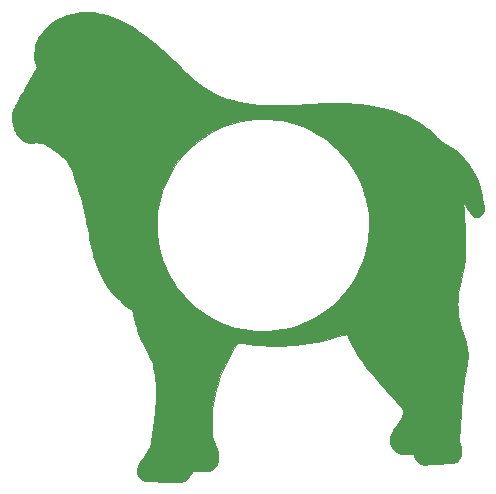
<source format=gbr>
G04 #@! TF.GenerationSoftware,KiCad,Pcbnew,5.1.5+dfsg1-2build2*
G04 #@! TF.CreationDate,2021-04-12T21:18:55-04:00*
G04 #@! TF.ProjectId,sheep_tile,73686565-705f-4746-996c-652e6b696361,rev?*
G04 #@! TF.SameCoordinates,Original*
G04 #@! TF.FileFunction,Copper,L1,Top*
G04 #@! TF.FilePolarity,Positive*
%FSLAX46Y46*%
G04 Gerber Fmt 4.6, Leading zero omitted, Abs format (unit mm)*
G04 Created by KiCad (PCBNEW 5.1.5+dfsg1-2build2) date 2021-04-12 21:18:55*
%MOMM*%
%LPD*%
G04 APERTURE LIST*
%ADD10C,0.010000*%
G04 APERTURE END LIST*
D10*
G36*
X-14900293Y18030160D02*
G01*
X-14686098Y18023868D01*
X-14476156Y18012478D01*
X-14281983Y17996344D01*
X-14115102Y17975824D01*
X-14096673Y17972958D01*
X-13665885Y17889759D01*
X-13235362Y17777507D01*
X-12802874Y17635137D01*
X-12366190Y17461579D01*
X-11923080Y17255766D01*
X-11471315Y17016630D01*
X-11008663Y16743105D01*
X-10532894Y16434121D01*
X-10041779Y16088611D01*
X-9823713Y15927337D01*
X-9615881Y15769305D01*
X-9413667Y15610845D01*
X-9213606Y15448874D01*
X-9012237Y15280310D01*
X-8806096Y15102070D01*
X-8591721Y14911072D01*
X-8365647Y14704232D01*
X-8124412Y14478470D01*
X-7864553Y14230701D01*
X-7582606Y13957844D01*
X-7296716Y13678062D01*
X-7055778Y13441661D01*
X-6841568Y13232527D01*
X-6651033Y13047842D01*
X-6481120Y12884787D01*
X-6328776Y12740544D01*
X-6190948Y12612293D01*
X-6064583Y12497216D01*
X-5946628Y12392495D01*
X-5834029Y12295309D01*
X-5723735Y12202841D01*
X-5612691Y12112272D01*
X-5524500Y12041851D01*
X-5135967Y11750583D01*
X-4739718Y11487097D01*
X-4332696Y11250323D01*
X-3911844Y11039188D01*
X-3474106Y10852622D01*
X-3016425Y10689555D01*
X-2535745Y10548914D01*
X-2029008Y10429629D01*
X-1493159Y10330628D01*
X-925141Y10250841D01*
X-321897Y10189197D01*
X-211666Y10180130D01*
X-125773Y10174749D01*
X-4140Y10169197D01*
X146639Y10163673D01*
X319972Y10158374D01*
X509265Y10153501D01*
X707926Y10149251D01*
X909362Y10145824D01*
X941917Y10145358D01*
X1261829Y10142152D01*
X1563353Y10141933D01*
X1854846Y10144954D01*
X2144664Y10151464D01*
X2441165Y10161715D01*
X2752704Y10175957D01*
X3087640Y10194441D01*
X3454327Y10217417D01*
X3545417Y10223456D01*
X4001030Y10252575D01*
X4419929Y10276380D01*
X4807377Y10295015D01*
X5168641Y10308624D01*
X5508985Y10317349D01*
X5833674Y10321336D01*
X6147974Y10320728D01*
X6457149Y10315668D01*
X6684689Y10309177D01*
X7248980Y10285108D01*
X7777666Y10251486D01*
X8276552Y10207554D01*
X8751443Y10152556D01*
X9208143Y10085732D01*
X9652458Y10006327D01*
X10090192Y9913581D01*
X10519834Y9808640D01*
X11133676Y9631011D01*
X11718051Y9424803D01*
X12272434Y9190279D01*
X12796297Y8927699D01*
X13289116Y8637325D01*
X13750366Y8319421D01*
X14149917Y7999822D01*
X14221468Y7935788D01*
X14315020Y7848253D01*
X14423267Y7744265D01*
X14538906Y7630872D01*
X14654631Y7515122D01*
X14700250Y7468781D01*
X15060084Y7101416D01*
X15356417Y6945608D01*
X15768181Y6710885D01*
X16145776Y6456515D01*
X16494598Y6177911D01*
X16820042Y5870483D01*
X17127506Y5529641D01*
X17346956Y5252770D01*
X17629402Y4842720D01*
X17881560Y4403533D01*
X18103166Y3935917D01*
X18293955Y3440581D01*
X18453663Y2918230D01*
X18582025Y2369574D01*
X18678778Y1795320D01*
X18700193Y1629833D01*
X18715326Y1483583D01*
X18720855Y1369682D01*
X18717060Y1279317D01*
X18712381Y1243968D01*
X18667172Y1073453D01*
X18593322Y927655D01*
X18494215Y809829D01*
X18373234Y723232D01*
X18233760Y671122D01*
X18102112Y656373D01*
X17994845Y663893D01*
X17899616Y689442D01*
X17811052Y736970D01*
X17723778Y810428D01*
X17632422Y913764D01*
X17531612Y1050929D01*
X17497865Y1100542D01*
X17449421Y1171872D01*
X17387901Y1261117D01*
X17317760Y1361959D01*
X17243451Y1468081D01*
X17169429Y1573168D01*
X17100147Y1670903D01*
X17040060Y1754969D01*
X16993621Y1819048D01*
X16965284Y1856826D01*
X16960505Y1862623D01*
X16957511Y1853388D01*
X16963289Y1820290D01*
X16968658Y1784341D01*
X16976895Y1713064D01*
X16987297Y1613313D01*
X16999161Y1491942D01*
X17011784Y1355804D01*
X17017558Y1291166D01*
X17073064Y603140D01*
X17114599Y-45223D01*
X17142167Y-654218D01*
X17155773Y-1224142D01*
X17155421Y-1755290D01*
X17141115Y-2247960D01*
X17112861Y-2702447D01*
X17080478Y-3036457D01*
X17056745Y-3232212D01*
X17031565Y-3412217D01*
X17003322Y-3584221D01*
X16970398Y-3755973D01*
X16931179Y-3935223D01*
X16884047Y-4129718D01*
X16827386Y-4347209D01*
X16759579Y-4595445D01*
X16742527Y-4656667D01*
X16650336Y-5018076D01*
X16579702Y-5369073D01*
X16529098Y-5721116D01*
X16496997Y-6085664D01*
X16481873Y-6474173D01*
X16480279Y-6625167D01*
X16486165Y-7013981D01*
X16508031Y-7375987D01*
X16547620Y-7721102D01*
X16606674Y-8059241D01*
X16686935Y-8400323D01*
X16790145Y-8754262D01*
X16918045Y-9130976D01*
X16922739Y-9144000D01*
X17023061Y-9430703D01*
X17105845Y-9688112D01*
X17173180Y-9924439D01*
X17227156Y-10147900D01*
X17269862Y-10366707D01*
X17303387Y-10589075D01*
X17315594Y-10688650D01*
X17328212Y-10848823D01*
X17333062Y-11031626D01*
X17330602Y-11225208D01*
X17321288Y-11417718D01*
X17305578Y-11597304D01*
X17283930Y-11752116D01*
X17272271Y-11811000D01*
X17214323Y-12083582D01*
X17160564Y-12364075D01*
X17110215Y-12657726D01*
X17062501Y-12969783D01*
X17016644Y-13305490D01*
X16971867Y-13670094D01*
X16927393Y-14068841D01*
X16902365Y-14308667D01*
X16869646Y-14642466D01*
X16836049Y-15010192D01*
X16802224Y-15403464D01*
X16768820Y-15813902D01*
X16736486Y-16233128D01*
X16705872Y-16652761D01*
X16677626Y-17064421D01*
X16652397Y-17459730D01*
X16634033Y-17772652D01*
X16607770Y-18241553D01*
X16701482Y-18640485D01*
X16736112Y-18791336D01*
X16761149Y-18910308D01*
X16777964Y-19006413D01*
X16787931Y-19088658D01*
X16792422Y-19166055D01*
X16792901Y-19240500D01*
X16773666Y-19440047D01*
X16722613Y-19622145D01*
X16642633Y-19783056D01*
X16536619Y-19919042D01*
X16407465Y-20026365D01*
X16258064Y-20101285D01*
X16097250Y-20139379D01*
X16056414Y-20143075D01*
X15977602Y-20149081D01*
X15865092Y-20157109D01*
X15723163Y-20166871D01*
X15556093Y-20178079D01*
X15368160Y-20190443D01*
X15163641Y-20203675D01*
X14946815Y-20217487D01*
X14823759Y-20225233D01*
X14551456Y-20242047D01*
X14318481Y-20255845D01*
X14121946Y-20266746D01*
X13958960Y-20274866D01*
X13826636Y-20280324D01*
X13722084Y-20283237D01*
X13642415Y-20283722D01*
X13584740Y-20281898D01*
X13546170Y-20277881D01*
X13543176Y-20277349D01*
X13368615Y-20223859D01*
X13205847Y-20133192D01*
X13059271Y-20009855D01*
X12933287Y-19858355D01*
X12832294Y-19683197D01*
X12760691Y-19488888D01*
X12755929Y-19470967D01*
X12726561Y-19356917D01*
X12178822Y-19363915D01*
X12008665Y-19365821D01*
X11874758Y-19366473D01*
X11771028Y-19365568D01*
X11691402Y-19362801D01*
X11629807Y-19357870D01*
X11580171Y-19350470D01*
X11536421Y-19340297D01*
X11501878Y-19330054D01*
X11323621Y-19252367D01*
X11166125Y-19141142D01*
X11031452Y-19000823D01*
X10921668Y-18835851D01*
X10838834Y-18650671D01*
X10785015Y-18449724D01*
X10762273Y-18237453D01*
X10772673Y-18018302D01*
X10807697Y-17835343D01*
X10823007Y-17780411D01*
X10840813Y-17727594D01*
X10863556Y-17672622D01*
X10893680Y-17611226D01*
X10933627Y-17539138D01*
X10985840Y-17452089D01*
X11052763Y-17345808D01*
X11136838Y-17216028D01*
X11240507Y-17058479D01*
X11326456Y-16928764D01*
X11421784Y-16784396D01*
X11511733Y-16646774D01*
X11593010Y-16521042D01*
X11662324Y-16412343D01*
X11716384Y-16325820D01*
X11751897Y-16266617D01*
X11762014Y-16248191D01*
X11804733Y-16142677D01*
X11840817Y-16014751D01*
X11865524Y-15884295D01*
X11874133Y-15778295D01*
X11868461Y-15728686D01*
X11850011Y-15670692D01*
X11817218Y-15602335D01*
X11768518Y-15521638D01*
X11702346Y-15426624D01*
X11617138Y-15315316D01*
X11511329Y-15185736D01*
X11383357Y-15035908D01*
X11231655Y-14863853D01*
X11054660Y-14667596D01*
X10850808Y-14445158D01*
X10636083Y-14213417D01*
X10369834Y-13926422D01*
X10130305Y-13666333D01*
X9914599Y-13429802D01*
X9719822Y-13213485D01*
X9543076Y-13014034D01*
X9381468Y-12828106D01*
X9232101Y-12652352D01*
X9092081Y-12483429D01*
X8958511Y-12317990D01*
X8828496Y-12152688D01*
X8699141Y-11984179D01*
X8645507Y-11913232D01*
X8360147Y-11520626D01*
X8093894Y-11126920D01*
X7849522Y-10736829D01*
X7629805Y-10355064D01*
X7437520Y-9986340D01*
X7275441Y-9635368D01*
X7208198Y-9472084D01*
X7172721Y-9383726D01*
X7141872Y-9309972D01*
X7119485Y-9259811D01*
X7110433Y-9242928D01*
X7086645Y-9243436D01*
X7029276Y-9255484D01*
X6944950Y-9277358D01*
X6840291Y-9307347D01*
X6728328Y-9341710D01*
X6141904Y-9519170D01*
X5577102Y-9673117D01*
X5023887Y-9805566D01*
X4472221Y-9918533D01*
X3912068Y-10014032D01*
X3333391Y-10094080D01*
X2726154Y-10160691D01*
X2582334Y-10174238D01*
X2444747Y-10184301D01*
X2271345Y-10192961D01*
X2068456Y-10200192D01*
X1842406Y-10205969D01*
X1599525Y-10210268D01*
X1346139Y-10213064D01*
X1088576Y-10214332D01*
X833163Y-10214049D01*
X586229Y-10212188D01*
X354101Y-10208727D01*
X143106Y-10203639D01*
X-40427Y-10196901D01*
X-190171Y-10188488D01*
X-232833Y-10185193D01*
X-530141Y-10158437D01*
X-824783Y-10128807D01*
X-1110425Y-10097085D01*
X-1380732Y-10064056D01*
X-1629370Y-10030503D01*
X-1850006Y-9997209D01*
X-2036306Y-9964958D01*
X-2077537Y-9956999D01*
X-2101843Y-9954891D01*
X-2124176Y-9962879D01*
X-2149355Y-9986451D01*
X-2182197Y-10031095D01*
X-2227522Y-10102300D01*
X-2277911Y-10185235D01*
X-2583008Y-10703371D01*
X-2858294Y-11196877D01*
X-3105219Y-11669668D01*
X-3325233Y-12125659D01*
X-3519788Y-12568766D01*
X-3690332Y-13002903D01*
X-3838316Y-13431986D01*
X-3965191Y-13859931D01*
X-4072407Y-14290651D01*
X-4161415Y-14728063D01*
X-4233664Y-15176081D01*
X-4287597Y-15610417D01*
X-4297281Y-15721622D01*
X-4306116Y-15864065D01*
X-4314018Y-16031828D01*
X-4320901Y-16218995D01*
X-4326679Y-16419647D01*
X-4331267Y-16627869D01*
X-4334579Y-16837742D01*
X-4336529Y-17043350D01*
X-4337033Y-17238775D01*
X-4336004Y-17418100D01*
X-4333356Y-17575409D01*
X-4329006Y-17704783D01*
X-4322865Y-17800306D01*
X-4319684Y-17829273D01*
X-4291344Y-17981860D01*
X-4243997Y-18151763D01*
X-4176110Y-18343375D01*
X-4086148Y-18561088D01*
X-3991239Y-18769820D01*
X-3915495Y-18934820D01*
X-3857944Y-19071261D01*
X-3816243Y-19187601D01*
X-3788046Y-19292297D01*
X-3771008Y-19393807D01*
X-3762784Y-19500590D01*
X-3760971Y-19600334D01*
X-3769425Y-19788279D01*
X-3797442Y-19954194D01*
X-3849005Y-20115411D01*
X-3911768Y-20256500D01*
X-3991562Y-20389246D01*
X-4096299Y-20519772D01*
X-4215079Y-20636479D01*
X-4337003Y-20727767D01*
X-4375565Y-20750069D01*
X-4453446Y-20788102D01*
X-4529999Y-20816838D01*
X-4611836Y-20836955D01*
X-4705568Y-20849128D01*
X-4817805Y-20854037D01*
X-4955158Y-20852356D01*
X-5124237Y-20844764D01*
X-5235707Y-20838153D01*
X-5383075Y-20828784D01*
X-5526033Y-20819467D01*
X-5655728Y-20810799D01*
X-5763306Y-20803371D01*
X-5839914Y-20797779D01*
X-5854356Y-20796644D01*
X-6004295Y-20784539D01*
X-6031043Y-20875061D01*
X-6108464Y-21067229D01*
X-6221146Y-21249112D01*
X-6362743Y-21414338D01*
X-6526913Y-21556535D01*
X-6707310Y-21669329D01*
X-6897590Y-21746351D01*
X-6898883Y-21746731D01*
X-6931917Y-21755422D01*
X-6968942Y-21762654D01*
X-7012930Y-21768393D01*
X-7066851Y-21772603D01*
X-7133678Y-21775247D01*
X-7216383Y-21776291D01*
X-7317935Y-21775698D01*
X-7441307Y-21773433D01*
X-7589471Y-21769460D01*
X-7765397Y-21763744D01*
X-7972058Y-21756249D01*
X-8212424Y-21746939D01*
X-8489467Y-21735778D01*
X-8768922Y-21724275D01*
X-9042387Y-21712931D01*
X-9277034Y-21702907D01*
X-9476337Y-21693665D01*
X-9643772Y-21684667D01*
X-9782813Y-21675376D01*
X-9896934Y-21665253D01*
X-9989610Y-21653760D01*
X-10064316Y-21640360D01*
X-10124525Y-21624515D01*
X-10173714Y-21605687D01*
X-10215356Y-21583339D01*
X-10252925Y-21556932D01*
X-10289897Y-21525928D01*
X-10329747Y-21489791D01*
X-10339106Y-21481225D01*
X-10460355Y-21342685D01*
X-10552426Y-21178947D01*
X-10612725Y-20997755D01*
X-10638663Y-20806855D01*
X-10628183Y-20617423D01*
X-10601037Y-20488351D01*
X-10558729Y-20367766D01*
X-10496335Y-20245018D01*
X-10408935Y-20109456D01*
X-10365120Y-20048234D01*
X-10223962Y-19850327D01*
X-10087229Y-19649050D01*
X-9957993Y-19449544D01*
X-9839327Y-19256952D01*
X-9734304Y-19076413D01*
X-9645995Y-18913072D01*
X-9577473Y-18772067D01*
X-9531812Y-18658543D01*
X-9528278Y-18647834D01*
X-9519546Y-18608788D01*
X-9505907Y-18532518D01*
X-9488044Y-18423761D01*
X-9466641Y-18287256D01*
X-9442379Y-18127740D01*
X-9415942Y-17949951D01*
X-9388013Y-17758627D01*
X-9359274Y-17558507D01*
X-9330407Y-17354328D01*
X-9302097Y-17150829D01*
X-9275024Y-16952747D01*
X-9249873Y-16764820D01*
X-9227326Y-16591787D01*
X-9208066Y-16438385D01*
X-9198854Y-16361834D01*
X-9168164Y-16097540D01*
X-9142731Y-15867012D01*
X-9122073Y-15662073D01*
X-9105706Y-15474547D01*
X-9093145Y-15296255D01*
X-9083906Y-15119023D01*
X-9077507Y-14934673D01*
X-9073463Y-14735029D01*
X-9071290Y-14511913D01*
X-9070505Y-14257151D01*
X-9070470Y-14192250D01*
X-9070959Y-13925779D01*
X-9072844Y-13695590D01*
X-9076581Y-13495642D01*
X-9082626Y-13319894D01*
X-9091435Y-13162305D01*
X-9103466Y-13016834D01*
X-9119173Y-12877441D01*
X-9139015Y-12738084D01*
X-9163446Y-12592722D01*
X-9192924Y-12435315D01*
X-9209589Y-12350750D01*
X-9273058Y-12058566D01*
X-9342098Y-11796744D01*
X-9420984Y-11553333D01*
X-9513989Y-11316383D01*
X-9625385Y-11073942D01*
X-9758312Y-10816167D01*
X-9989560Y-10370998D01*
X-10193132Y-9944985D01*
X-10372972Y-9529136D01*
X-10533026Y-9114460D01*
X-10639104Y-8808932D01*
X-10683909Y-8667881D01*
X-10733125Y-8502737D01*
X-10784505Y-8321985D01*
X-10835805Y-8134108D01*
X-10884779Y-7947590D01*
X-10929182Y-7770915D01*
X-10966768Y-7612566D01*
X-10995292Y-7481028D01*
X-11007146Y-7418368D01*
X-11022660Y-7338522D01*
X-11039839Y-7287239D01*
X-11065893Y-7251115D01*
X-11108035Y-7216744D01*
X-11120334Y-7207979D01*
X-11462515Y-6952532D01*
X-11802642Y-6671700D01*
X-12133426Y-6372465D01*
X-12447581Y-6061814D01*
X-12737819Y-5746730D01*
X-12996853Y-5434200D01*
X-13068043Y-5341109D01*
X-13368739Y-4904808D01*
X-13637529Y-4441808D01*
X-13872855Y-3954926D01*
X-13985496Y-3683000D01*
X-14063941Y-3476389D01*
X-14137893Y-3268486D01*
X-14208276Y-3055605D01*
X-14276017Y-2834057D01*
X-14342043Y-2600154D01*
X-14407279Y-2350210D01*
X-14472652Y-2080536D01*
X-14539087Y-1787444D01*
X-14607511Y-1467247D01*
X-14678850Y-1116258D01*
X-14754030Y-730788D01*
X-14833977Y-307149D01*
X-14835989Y-296334D01*
X-14876099Y-82024D01*
X-8992998Y-82024D01*
X-8989004Y-335656D01*
X-8979355Y-570047D01*
X-8965139Y-762000D01*
X-8887223Y-1367783D01*
X-8770400Y-1963329D01*
X-8615871Y-2546756D01*
X-8424837Y-3116184D01*
X-8198500Y-3669732D01*
X-7938060Y-4205519D01*
X-7644719Y-4721665D01*
X-7319679Y-5216288D01*
X-6964140Y-5687509D01*
X-6579305Y-6133445D01*
X-6166373Y-6552218D01*
X-5726548Y-6941945D01*
X-5261029Y-7300746D01*
X-4771018Y-7626740D01*
X-4466166Y-7805578D01*
X-4081126Y-8012719D01*
X-3716334Y-8192112D01*
X-3363425Y-8347206D01*
X-3014033Y-8481450D01*
X-2659792Y-8598293D01*
X-2296619Y-8700081D01*
X-1715779Y-8831200D01*
X-1141832Y-8922418D01*
X-569224Y-8974298D01*
X7598Y-8987400D01*
X412750Y-8974027D01*
X1045222Y-8919050D01*
X1664441Y-8824790D01*
X2269263Y-8691674D01*
X2858549Y-8520125D01*
X3431156Y-8310569D01*
X3985942Y-8063430D01*
X4521767Y-7779134D01*
X5037488Y-7458105D01*
X5531964Y-7100767D01*
X5609167Y-7040145D01*
X5720795Y-6946843D01*
X5854366Y-6827613D01*
X6004041Y-6688296D01*
X6163980Y-6534732D01*
X6328342Y-6372762D01*
X6491289Y-6208227D01*
X6646979Y-6046968D01*
X6789574Y-5894824D01*
X6913233Y-5757638D01*
X7012115Y-5641249D01*
X7029381Y-5619750D01*
X7392925Y-5131003D01*
X7716340Y-4631601D01*
X8001112Y-4118664D01*
X8248727Y-3589306D01*
X8460670Y-3040645D01*
X8621735Y-2529417D01*
X8731962Y-2112240D01*
X8819325Y-1715047D01*
X8886119Y-1323803D01*
X8934635Y-924475D01*
X8967165Y-503031D01*
X8974032Y-372662D01*
X8982066Y237081D01*
X8948515Y848543D01*
X8873758Y1457859D01*
X8758175Y2061165D01*
X8719424Y2224930D01*
X8600737Y2660804D01*
X8463111Y3078388D01*
X8303449Y3484549D01*
X8118653Y3886154D01*
X7905624Y4290070D01*
X7661265Y4703166D01*
X7459973Y5016500D01*
X7115963Y5497888D01*
X6738820Y5954502D01*
X6330712Y6384939D01*
X5893806Y6787790D01*
X5430269Y7161651D01*
X4942268Y7505117D01*
X4431972Y7816780D01*
X3901547Y8095236D01*
X3353160Y8339079D01*
X2788978Y8546903D01*
X2211170Y8717302D01*
X1621902Y8848871D01*
X1524000Y8866701D01*
X1097519Y8928651D01*
X645561Y8969830D01*
X179644Y8990053D01*
X-288717Y8989132D01*
X-748005Y8966881D01*
X-1186706Y8923114D01*
X-1269871Y8911916D01*
X-1858250Y8807924D01*
X-2435925Y8663992D01*
X-3001094Y8481567D01*
X-3551953Y8262097D01*
X-4086701Y8007029D01*
X-4603535Y7717810D01*
X-5100651Y7395887D01*
X-5576247Y7042708D01*
X-6028522Y6659719D01*
X-6455671Y6248369D01*
X-6855892Y5810103D01*
X-7227383Y5346370D01*
X-7568341Y4858616D01*
X-7876964Y4348289D01*
X-8151448Y3816836D01*
X-8389991Y3265704D01*
X-8429013Y3164416D01*
X-8531611Y2870753D01*
X-8630128Y2545867D01*
X-8721828Y2200848D01*
X-8803975Y1846785D01*
X-8873834Y1494768D01*
X-8928668Y1155887D01*
X-8934050Y1117064D01*
X-8955798Y920523D01*
X-8972736Y692124D01*
X-8984694Y442086D01*
X-8991505Y180630D01*
X-8992998Y-82024D01*
X-14876099Y-82024D01*
X-14886206Y-28022D01*
X-14930789Y206033D01*
X-14971319Y413290D01*
X-15009379Y601206D01*
X-15046554Y777239D01*
X-15084424Y948846D01*
X-15124574Y1123484D01*
X-15168587Y1308611D01*
X-15218044Y1511685D01*
X-15230411Y1561939D01*
X-15329162Y1950768D01*
X-15432231Y2334299D01*
X-15538626Y2709774D01*
X-15647359Y3074433D01*
X-15757440Y3425519D01*
X-15867879Y3760273D01*
X-15977687Y4075935D01*
X-16085874Y4369748D01*
X-16191451Y4638952D01*
X-16293427Y4880789D01*
X-16390815Y5092500D01*
X-16482623Y5271326D01*
X-16567862Y5414509D01*
X-16645543Y5519291D01*
X-16652965Y5527669D01*
X-16714567Y5588106D01*
X-16807946Y5669067D01*
X-16929499Y5767835D01*
X-17075619Y5881693D01*
X-17242702Y6007924D01*
X-17427143Y6143811D01*
X-17625336Y6286637D01*
X-17833677Y6433685D01*
X-18048560Y6582237D01*
X-18086916Y6608423D01*
X-18227686Y6703200D01*
X-18341139Y6776526D01*
X-18433987Y6832136D01*
X-18512937Y6873768D01*
X-18584700Y6905158D01*
X-18655985Y6930041D01*
X-18674730Y6935746D01*
X-18791688Y6961251D01*
X-18936927Y6978798D01*
X-19097000Y6987535D01*
X-19258457Y6986613D01*
X-19367500Y6979539D01*
X-19603554Y6966610D01*
X-19812672Y6974640D01*
X-19991006Y7003339D01*
X-20091326Y7033978D01*
X-20309151Y7139492D01*
X-20505619Y7281023D01*
X-20678910Y7457031D01*
X-20814487Y7645156D01*
X-20863000Y7734028D01*
X-20919252Y7854266D01*
X-20979654Y7996447D01*
X-21040618Y8151148D01*
X-21098555Y8308946D01*
X-21149875Y8460419D01*
X-21190989Y8596142D01*
X-21217738Y8703899D01*
X-21248439Y8939624D01*
X-21249075Y9189783D01*
X-21220793Y9440730D01*
X-21164741Y9678821D01*
X-21126349Y9789583D01*
X-21107555Y9829640D01*
X-21069498Y9903671D01*
X-21013753Y10008805D01*
X-20941897Y10142167D01*
X-20855504Y10300884D01*
X-20756151Y10482082D01*
X-20645413Y10682889D01*
X-20524867Y10900430D01*
X-20396088Y11131833D01*
X-20260652Y11374223D01*
X-20120135Y11624728D01*
X-20112042Y11639126D01*
X-19155608Y13340502D01*
X-19217941Y13535093D01*
X-19294465Y13839275D01*
X-19336023Y14158778D01*
X-19343283Y14486536D01*
X-19316914Y14815483D01*
X-19257584Y15138554D01*
X-19165963Y15448683D01*
X-19042719Y15738805D01*
X-19002043Y15816575D01*
X-18825448Y16101123D01*
X-18610821Y16380933D01*
X-18362464Y16651488D01*
X-18084676Y16908273D01*
X-17781759Y17146770D01*
X-17642416Y17244218D01*
X-17304563Y17448363D01*
X-16938377Y17626020D01*
X-16550232Y17774946D01*
X-16146500Y17892898D01*
X-15733551Y17977634D01*
X-15453184Y18014883D01*
X-15295355Y18026024D01*
X-15107218Y18030997D01*
X-14900293Y18030160D01*
G37*
X-14900293Y18030160D02*
X-14686098Y18023868D01*
X-14476156Y18012478D01*
X-14281983Y17996344D01*
X-14115102Y17975824D01*
X-14096673Y17972958D01*
X-13665885Y17889759D01*
X-13235362Y17777507D01*
X-12802874Y17635137D01*
X-12366190Y17461579D01*
X-11923080Y17255766D01*
X-11471315Y17016630D01*
X-11008663Y16743105D01*
X-10532894Y16434121D01*
X-10041779Y16088611D01*
X-9823713Y15927337D01*
X-9615881Y15769305D01*
X-9413667Y15610845D01*
X-9213606Y15448874D01*
X-9012237Y15280310D01*
X-8806096Y15102070D01*
X-8591721Y14911072D01*
X-8365647Y14704232D01*
X-8124412Y14478470D01*
X-7864553Y14230701D01*
X-7582606Y13957844D01*
X-7296716Y13678062D01*
X-7055778Y13441661D01*
X-6841568Y13232527D01*
X-6651033Y13047842D01*
X-6481120Y12884787D01*
X-6328776Y12740544D01*
X-6190948Y12612293D01*
X-6064583Y12497216D01*
X-5946628Y12392495D01*
X-5834029Y12295309D01*
X-5723735Y12202841D01*
X-5612691Y12112272D01*
X-5524500Y12041851D01*
X-5135967Y11750583D01*
X-4739718Y11487097D01*
X-4332696Y11250323D01*
X-3911844Y11039188D01*
X-3474106Y10852622D01*
X-3016425Y10689555D01*
X-2535745Y10548914D01*
X-2029008Y10429629D01*
X-1493159Y10330628D01*
X-925141Y10250841D01*
X-321897Y10189197D01*
X-211666Y10180130D01*
X-125773Y10174749D01*
X-4140Y10169197D01*
X146639Y10163673D01*
X319972Y10158374D01*
X509265Y10153501D01*
X707926Y10149251D01*
X909362Y10145824D01*
X941917Y10145358D01*
X1261829Y10142152D01*
X1563353Y10141933D01*
X1854846Y10144954D01*
X2144664Y10151464D01*
X2441165Y10161715D01*
X2752704Y10175957D01*
X3087640Y10194441D01*
X3454327Y10217417D01*
X3545417Y10223456D01*
X4001030Y10252575D01*
X4419929Y10276380D01*
X4807377Y10295015D01*
X5168641Y10308624D01*
X5508985Y10317349D01*
X5833674Y10321336D01*
X6147974Y10320728D01*
X6457149Y10315668D01*
X6684689Y10309177D01*
X7248980Y10285108D01*
X7777666Y10251486D01*
X8276552Y10207554D01*
X8751443Y10152556D01*
X9208143Y10085732D01*
X9652458Y10006327D01*
X10090192Y9913581D01*
X10519834Y9808640D01*
X11133676Y9631011D01*
X11718051Y9424803D01*
X12272434Y9190279D01*
X12796297Y8927699D01*
X13289116Y8637325D01*
X13750366Y8319421D01*
X14149917Y7999822D01*
X14221468Y7935788D01*
X14315020Y7848253D01*
X14423267Y7744265D01*
X14538906Y7630872D01*
X14654631Y7515122D01*
X14700250Y7468781D01*
X15060084Y7101416D01*
X15356417Y6945608D01*
X15768181Y6710885D01*
X16145776Y6456515D01*
X16494598Y6177911D01*
X16820042Y5870483D01*
X17127506Y5529641D01*
X17346956Y5252770D01*
X17629402Y4842720D01*
X17881560Y4403533D01*
X18103166Y3935917D01*
X18293955Y3440581D01*
X18453663Y2918230D01*
X18582025Y2369574D01*
X18678778Y1795320D01*
X18700193Y1629833D01*
X18715326Y1483583D01*
X18720855Y1369682D01*
X18717060Y1279317D01*
X18712381Y1243968D01*
X18667172Y1073453D01*
X18593322Y927655D01*
X18494215Y809829D01*
X18373234Y723232D01*
X18233760Y671122D01*
X18102112Y656373D01*
X17994845Y663893D01*
X17899616Y689442D01*
X17811052Y736970D01*
X17723778Y810428D01*
X17632422Y913764D01*
X17531612Y1050929D01*
X17497865Y1100542D01*
X17449421Y1171872D01*
X17387901Y1261117D01*
X17317760Y1361959D01*
X17243451Y1468081D01*
X17169429Y1573168D01*
X17100147Y1670903D01*
X17040060Y1754969D01*
X16993621Y1819048D01*
X16965284Y1856826D01*
X16960505Y1862623D01*
X16957511Y1853388D01*
X16963289Y1820290D01*
X16968658Y1784341D01*
X16976895Y1713064D01*
X16987297Y1613313D01*
X16999161Y1491942D01*
X17011784Y1355804D01*
X17017558Y1291166D01*
X17073064Y603140D01*
X17114599Y-45223D01*
X17142167Y-654218D01*
X17155773Y-1224142D01*
X17155421Y-1755290D01*
X17141115Y-2247960D01*
X17112861Y-2702447D01*
X17080478Y-3036457D01*
X17056745Y-3232212D01*
X17031565Y-3412217D01*
X17003322Y-3584221D01*
X16970398Y-3755973D01*
X16931179Y-3935223D01*
X16884047Y-4129718D01*
X16827386Y-4347209D01*
X16759579Y-4595445D01*
X16742527Y-4656667D01*
X16650336Y-5018076D01*
X16579702Y-5369073D01*
X16529098Y-5721116D01*
X16496997Y-6085664D01*
X16481873Y-6474173D01*
X16480279Y-6625167D01*
X16486165Y-7013981D01*
X16508031Y-7375987D01*
X16547620Y-7721102D01*
X16606674Y-8059241D01*
X16686935Y-8400323D01*
X16790145Y-8754262D01*
X16918045Y-9130976D01*
X16922739Y-9144000D01*
X17023061Y-9430703D01*
X17105845Y-9688112D01*
X17173180Y-9924439D01*
X17227156Y-10147900D01*
X17269862Y-10366707D01*
X17303387Y-10589075D01*
X17315594Y-10688650D01*
X17328212Y-10848823D01*
X17333062Y-11031626D01*
X17330602Y-11225208D01*
X17321288Y-11417718D01*
X17305578Y-11597304D01*
X17283930Y-11752116D01*
X17272271Y-11811000D01*
X17214323Y-12083582D01*
X17160564Y-12364075D01*
X17110215Y-12657726D01*
X17062501Y-12969783D01*
X17016644Y-13305490D01*
X16971867Y-13670094D01*
X16927393Y-14068841D01*
X16902365Y-14308667D01*
X16869646Y-14642466D01*
X16836049Y-15010192D01*
X16802224Y-15403464D01*
X16768820Y-15813902D01*
X16736486Y-16233128D01*
X16705872Y-16652761D01*
X16677626Y-17064421D01*
X16652397Y-17459730D01*
X16634033Y-17772652D01*
X16607770Y-18241553D01*
X16701482Y-18640485D01*
X16736112Y-18791336D01*
X16761149Y-18910308D01*
X16777964Y-19006413D01*
X16787931Y-19088658D01*
X16792422Y-19166055D01*
X16792901Y-19240500D01*
X16773666Y-19440047D01*
X16722613Y-19622145D01*
X16642633Y-19783056D01*
X16536619Y-19919042D01*
X16407465Y-20026365D01*
X16258064Y-20101285D01*
X16097250Y-20139379D01*
X16056414Y-20143075D01*
X15977602Y-20149081D01*
X15865092Y-20157109D01*
X15723163Y-20166871D01*
X15556093Y-20178079D01*
X15368160Y-20190443D01*
X15163641Y-20203675D01*
X14946815Y-20217487D01*
X14823759Y-20225233D01*
X14551456Y-20242047D01*
X14318481Y-20255845D01*
X14121946Y-20266746D01*
X13958960Y-20274866D01*
X13826636Y-20280324D01*
X13722084Y-20283237D01*
X13642415Y-20283722D01*
X13584740Y-20281898D01*
X13546170Y-20277881D01*
X13543176Y-20277349D01*
X13368615Y-20223859D01*
X13205847Y-20133192D01*
X13059271Y-20009855D01*
X12933287Y-19858355D01*
X12832294Y-19683197D01*
X12760691Y-19488888D01*
X12755929Y-19470967D01*
X12726561Y-19356917D01*
X12178822Y-19363915D01*
X12008665Y-19365821D01*
X11874758Y-19366473D01*
X11771028Y-19365568D01*
X11691402Y-19362801D01*
X11629807Y-19357870D01*
X11580171Y-19350470D01*
X11536421Y-19340297D01*
X11501878Y-19330054D01*
X11323621Y-19252367D01*
X11166125Y-19141142D01*
X11031452Y-19000823D01*
X10921668Y-18835851D01*
X10838834Y-18650671D01*
X10785015Y-18449724D01*
X10762273Y-18237453D01*
X10772673Y-18018302D01*
X10807697Y-17835343D01*
X10823007Y-17780411D01*
X10840813Y-17727594D01*
X10863556Y-17672622D01*
X10893680Y-17611226D01*
X10933627Y-17539138D01*
X10985840Y-17452089D01*
X11052763Y-17345808D01*
X11136838Y-17216028D01*
X11240507Y-17058479D01*
X11326456Y-16928764D01*
X11421784Y-16784396D01*
X11511733Y-16646774D01*
X11593010Y-16521042D01*
X11662324Y-16412343D01*
X11716384Y-16325820D01*
X11751897Y-16266617D01*
X11762014Y-16248191D01*
X11804733Y-16142677D01*
X11840817Y-16014751D01*
X11865524Y-15884295D01*
X11874133Y-15778295D01*
X11868461Y-15728686D01*
X11850011Y-15670692D01*
X11817218Y-15602335D01*
X11768518Y-15521638D01*
X11702346Y-15426624D01*
X11617138Y-15315316D01*
X11511329Y-15185736D01*
X11383357Y-15035908D01*
X11231655Y-14863853D01*
X11054660Y-14667596D01*
X10850808Y-14445158D01*
X10636083Y-14213417D01*
X10369834Y-13926422D01*
X10130305Y-13666333D01*
X9914599Y-13429802D01*
X9719822Y-13213485D01*
X9543076Y-13014034D01*
X9381468Y-12828106D01*
X9232101Y-12652352D01*
X9092081Y-12483429D01*
X8958511Y-12317990D01*
X8828496Y-12152688D01*
X8699141Y-11984179D01*
X8645507Y-11913232D01*
X8360147Y-11520626D01*
X8093894Y-11126920D01*
X7849522Y-10736829D01*
X7629805Y-10355064D01*
X7437520Y-9986340D01*
X7275441Y-9635368D01*
X7208198Y-9472084D01*
X7172721Y-9383726D01*
X7141872Y-9309972D01*
X7119485Y-9259811D01*
X7110433Y-9242928D01*
X7086645Y-9243436D01*
X7029276Y-9255484D01*
X6944950Y-9277358D01*
X6840291Y-9307347D01*
X6728328Y-9341710D01*
X6141904Y-9519170D01*
X5577102Y-9673117D01*
X5023887Y-9805566D01*
X4472221Y-9918533D01*
X3912068Y-10014032D01*
X3333391Y-10094080D01*
X2726154Y-10160691D01*
X2582334Y-10174238D01*
X2444747Y-10184301D01*
X2271345Y-10192961D01*
X2068456Y-10200192D01*
X1842406Y-10205969D01*
X1599525Y-10210268D01*
X1346139Y-10213064D01*
X1088576Y-10214332D01*
X833163Y-10214049D01*
X586229Y-10212188D01*
X354101Y-10208727D01*
X143106Y-10203639D01*
X-40427Y-10196901D01*
X-190171Y-10188488D01*
X-232833Y-10185193D01*
X-530141Y-10158437D01*
X-824783Y-10128807D01*
X-1110425Y-10097085D01*
X-1380732Y-10064056D01*
X-1629370Y-10030503D01*
X-1850006Y-9997209D01*
X-2036306Y-9964958D01*
X-2077537Y-9956999D01*
X-2101843Y-9954891D01*
X-2124176Y-9962879D01*
X-2149355Y-9986451D01*
X-2182197Y-10031095D01*
X-2227522Y-10102300D01*
X-2277911Y-10185235D01*
X-2583008Y-10703371D01*
X-2858294Y-11196877D01*
X-3105219Y-11669668D01*
X-3325233Y-12125659D01*
X-3519788Y-12568766D01*
X-3690332Y-13002903D01*
X-3838316Y-13431986D01*
X-3965191Y-13859931D01*
X-4072407Y-14290651D01*
X-4161415Y-14728063D01*
X-4233664Y-15176081D01*
X-4287597Y-15610417D01*
X-4297281Y-15721622D01*
X-4306116Y-15864065D01*
X-4314018Y-16031828D01*
X-4320901Y-16218995D01*
X-4326679Y-16419647D01*
X-4331267Y-16627869D01*
X-4334579Y-16837742D01*
X-4336529Y-17043350D01*
X-4337033Y-17238775D01*
X-4336004Y-17418100D01*
X-4333356Y-17575409D01*
X-4329006Y-17704783D01*
X-4322865Y-17800306D01*
X-4319684Y-17829273D01*
X-4291344Y-17981860D01*
X-4243997Y-18151763D01*
X-4176110Y-18343375D01*
X-4086148Y-18561088D01*
X-3991239Y-18769820D01*
X-3915495Y-18934820D01*
X-3857944Y-19071261D01*
X-3816243Y-19187601D01*
X-3788046Y-19292297D01*
X-3771008Y-19393807D01*
X-3762784Y-19500590D01*
X-3760971Y-19600334D01*
X-3769425Y-19788279D01*
X-3797442Y-19954194D01*
X-3849005Y-20115411D01*
X-3911768Y-20256500D01*
X-3991562Y-20389246D01*
X-4096299Y-20519772D01*
X-4215079Y-20636479D01*
X-4337003Y-20727767D01*
X-4375565Y-20750069D01*
X-4453446Y-20788102D01*
X-4529999Y-20816838D01*
X-4611836Y-20836955D01*
X-4705568Y-20849128D01*
X-4817805Y-20854037D01*
X-4955158Y-20852356D01*
X-5124237Y-20844764D01*
X-5235707Y-20838153D01*
X-5383075Y-20828784D01*
X-5526033Y-20819467D01*
X-5655728Y-20810799D01*
X-5763306Y-20803371D01*
X-5839914Y-20797779D01*
X-5854356Y-20796644D01*
X-6004295Y-20784539D01*
X-6031043Y-20875061D01*
X-6108464Y-21067229D01*
X-6221146Y-21249112D01*
X-6362743Y-21414338D01*
X-6526913Y-21556535D01*
X-6707310Y-21669329D01*
X-6897590Y-21746351D01*
X-6898883Y-21746731D01*
X-6931917Y-21755422D01*
X-6968942Y-21762654D01*
X-7012930Y-21768393D01*
X-7066851Y-21772603D01*
X-7133678Y-21775247D01*
X-7216383Y-21776291D01*
X-7317935Y-21775698D01*
X-7441307Y-21773433D01*
X-7589471Y-21769460D01*
X-7765397Y-21763744D01*
X-7972058Y-21756249D01*
X-8212424Y-21746939D01*
X-8489467Y-21735778D01*
X-8768922Y-21724275D01*
X-9042387Y-21712931D01*
X-9277034Y-21702907D01*
X-9476337Y-21693665D01*
X-9643772Y-21684667D01*
X-9782813Y-21675376D01*
X-9896934Y-21665253D01*
X-9989610Y-21653760D01*
X-10064316Y-21640360D01*
X-10124525Y-21624515D01*
X-10173714Y-21605687D01*
X-10215356Y-21583339D01*
X-10252925Y-21556932D01*
X-10289897Y-21525928D01*
X-10329747Y-21489791D01*
X-10339106Y-21481225D01*
X-10460355Y-21342685D01*
X-10552426Y-21178947D01*
X-10612725Y-20997755D01*
X-10638663Y-20806855D01*
X-10628183Y-20617423D01*
X-10601037Y-20488351D01*
X-10558729Y-20367766D01*
X-10496335Y-20245018D01*
X-10408935Y-20109456D01*
X-10365120Y-20048234D01*
X-10223962Y-19850327D01*
X-10087229Y-19649050D01*
X-9957993Y-19449544D01*
X-9839327Y-19256952D01*
X-9734304Y-19076413D01*
X-9645995Y-18913072D01*
X-9577473Y-18772067D01*
X-9531812Y-18658543D01*
X-9528278Y-18647834D01*
X-9519546Y-18608788D01*
X-9505907Y-18532518D01*
X-9488044Y-18423761D01*
X-9466641Y-18287256D01*
X-9442379Y-18127740D01*
X-9415942Y-17949951D01*
X-9388013Y-17758627D01*
X-9359274Y-17558507D01*
X-9330407Y-17354328D01*
X-9302097Y-17150829D01*
X-9275024Y-16952747D01*
X-9249873Y-16764820D01*
X-9227326Y-16591787D01*
X-9208066Y-16438385D01*
X-9198854Y-16361834D01*
X-9168164Y-16097540D01*
X-9142731Y-15867012D01*
X-9122073Y-15662073D01*
X-9105706Y-15474547D01*
X-9093145Y-15296255D01*
X-9083906Y-15119023D01*
X-9077507Y-14934673D01*
X-9073463Y-14735029D01*
X-9071290Y-14511913D01*
X-9070505Y-14257151D01*
X-9070470Y-14192250D01*
X-9070959Y-13925779D01*
X-9072844Y-13695590D01*
X-9076581Y-13495642D01*
X-9082626Y-13319894D01*
X-9091435Y-13162305D01*
X-9103466Y-13016834D01*
X-9119173Y-12877441D01*
X-9139015Y-12738084D01*
X-9163446Y-12592722D01*
X-9192924Y-12435315D01*
X-9209589Y-12350750D01*
X-9273058Y-12058566D01*
X-9342098Y-11796744D01*
X-9420984Y-11553333D01*
X-9513989Y-11316383D01*
X-9625385Y-11073942D01*
X-9758312Y-10816167D01*
X-9989560Y-10370998D01*
X-10193132Y-9944985D01*
X-10372972Y-9529136D01*
X-10533026Y-9114460D01*
X-10639104Y-8808932D01*
X-10683909Y-8667881D01*
X-10733125Y-8502737D01*
X-10784505Y-8321985D01*
X-10835805Y-8134108D01*
X-10884779Y-7947590D01*
X-10929182Y-7770915D01*
X-10966768Y-7612566D01*
X-10995292Y-7481028D01*
X-11007146Y-7418368D01*
X-11022660Y-7338522D01*
X-11039839Y-7287239D01*
X-11065893Y-7251115D01*
X-11108035Y-7216744D01*
X-11120334Y-7207979D01*
X-11462515Y-6952532D01*
X-11802642Y-6671700D01*
X-12133426Y-6372465D01*
X-12447581Y-6061814D01*
X-12737819Y-5746730D01*
X-12996853Y-5434200D01*
X-13068043Y-5341109D01*
X-13368739Y-4904808D01*
X-13637529Y-4441808D01*
X-13872855Y-3954926D01*
X-13985496Y-3683000D01*
X-14063941Y-3476389D01*
X-14137893Y-3268486D01*
X-14208276Y-3055605D01*
X-14276017Y-2834057D01*
X-14342043Y-2600154D01*
X-14407279Y-2350210D01*
X-14472652Y-2080536D01*
X-14539087Y-1787444D01*
X-14607511Y-1467247D01*
X-14678850Y-1116258D01*
X-14754030Y-730788D01*
X-14833977Y-307149D01*
X-14835989Y-296334D01*
X-14876099Y-82024D01*
X-8992998Y-82024D01*
X-8989004Y-335656D01*
X-8979355Y-570047D01*
X-8965139Y-762000D01*
X-8887223Y-1367783D01*
X-8770400Y-1963329D01*
X-8615871Y-2546756D01*
X-8424837Y-3116184D01*
X-8198500Y-3669732D01*
X-7938060Y-4205519D01*
X-7644719Y-4721665D01*
X-7319679Y-5216288D01*
X-6964140Y-5687509D01*
X-6579305Y-6133445D01*
X-6166373Y-6552218D01*
X-5726548Y-6941945D01*
X-5261029Y-7300746D01*
X-4771018Y-7626740D01*
X-4466166Y-7805578D01*
X-4081126Y-8012719D01*
X-3716334Y-8192112D01*
X-3363425Y-8347206D01*
X-3014033Y-8481450D01*
X-2659792Y-8598293D01*
X-2296619Y-8700081D01*
X-1715779Y-8831200D01*
X-1141832Y-8922418D01*
X-569224Y-8974298D01*
X7598Y-8987400D01*
X412750Y-8974027D01*
X1045222Y-8919050D01*
X1664441Y-8824790D01*
X2269263Y-8691674D01*
X2858549Y-8520125D01*
X3431156Y-8310569D01*
X3985942Y-8063430D01*
X4521767Y-7779134D01*
X5037488Y-7458105D01*
X5531964Y-7100767D01*
X5609167Y-7040145D01*
X5720795Y-6946843D01*
X5854366Y-6827613D01*
X6004041Y-6688296D01*
X6163980Y-6534732D01*
X6328342Y-6372762D01*
X6491289Y-6208227D01*
X6646979Y-6046968D01*
X6789574Y-5894824D01*
X6913233Y-5757638D01*
X7012115Y-5641249D01*
X7029381Y-5619750D01*
X7392925Y-5131003D01*
X7716340Y-4631601D01*
X8001112Y-4118664D01*
X8248727Y-3589306D01*
X8460670Y-3040645D01*
X8621735Y-2529417D01*
X8731962Y-2112240D01*
X8819325Y-1715047D01*
X8886119Y-1323803D01*
X8934635Y-924475D01*
X8967165Y-503031D01*
X8974032Y-372662D01*
X8982066Y237081D01*
X8948515Y848543D01*
X8873758Y1457859D01*
X8758175Y2061165D01*
X8719424Y2224930D01*
X8600737Y2660804D01*
X8463111Y3078388D01*
X8303449Y3484549D01*
X8118653Y3886154D01*
X7905624Y4290070D01*
X7661265Y4703166D01*
X7459973Y5016500D01*
X7115963Y5497888D01*
X6738820Y5954502D01*
X6330712Y6384939D01*
X5893806Y6787790D01*
X5430269Y7161651D01*
X4942268Y7505117D01*
X4431972Y7816780D01*
X3901547Y8095236D01*
X3353160Y8339079D01*
X2788978Y8546903D01*
X2211170Y8717302D01*
X1621902Y8848871D01*
X1524000Y8866701D01*
X1097519Y8928651D01*
X645561Y8969830D01*
X179644Y8990053D01*
X-288717Y8989132D01*
X-748005Y8966881D01*
X-1186706Y8923114D01*
X-1269871Y8911916D01*
X-1858250Y8807924D01*
X-2435925Y8663992D01*
X-3001094Y8481567D01*
X-3551953Y8262097D01*
X-4086701Y8007029D01*
X-4603535Y7717810D01*
X-5100651Y7395887D01*
X-5576247Y7042708D01*
X-6028522Y6659719D01*
X-6455671Y6248369D01*
X-6855892Y5810103D01*
X-7227383Y5346370D01*
X-7568341Y4858616D01*
X-7876964Y4348289D01*
X-8151448Y3816836D01*
X-8389991Y3265704D01*
X-8429013Y3164416D01*
X-8531611Y2870753D01*
X-8630128Y2545867D01*
X-8721828Y2200848D01*
X-8803975Y1846785D01*
X-8873834Y1494768D01*
X-8928668Y1155887D01*
X-8934050Y1117064D01*
X-8955798Y920523D01*
X-8972736Y692124D01*
X-8984694Y442086D01*
X-8991505Y180630D01*
X-8992998Y-82024D01*
X-14876099Y-82024D01*
X-14886206Y-28022D01*
X-14930789Y206033D01*
X-14971319Y413290D01*
X-15009379Y601206D01*
X-15046554Y777239D01*
X-15084424Y948846D01*
X-15124574Y1123484D01*
X-15168587Y1308611D01*
X-15218044Y1511685D01*
X-15230411Y1561939D01*
X-15329162Y1950768D01*
X-15432231Y2334299D01*
X-15538626Y2709774D01*
X-15647359Y3074433D01*
X-15757440Y3425519D01*
X-15867879Y3760273D01*
X-15977687Y4075935D01*
X-16085874Y4369748D01*
X-16191451Y4638952D01*
X-16293427Y4880789D01*
X-16390815Y5092500D01*
X-16482623Y5271326D01*
X-16567862Y5414509D01*
X-16645543Y5519291D01*
X-16652965Y5527669D01*
X-16714567Y5588106D01*
X-16807946Y5669067D01*
X-16929499Y5767835D01*
X-17075619Y5881693D01*
X-17242702Y6007924D01*
X-17427143Y6143811D01*
X-17625336Y6286637D01*
X-17833677Y6433685D01*
X-18048560Y6582237D01*
X-18086916Y6608423D01*
X-18227686Y6703200D01*
X-18341139Y6776526D01*
X-18433987Y6832136D01*
X-18512937Y6873768D01*
X-18584700Y6905158D01*
X-18655985Y6930041D01*
X-18674730Y6935746D01*
X-18791688Y6961251D01*
X-18936927Y6978798D01*
X-19097000Y6987535D01*
X-19258457Y6986613D01*
X-19367500Y6979539D01*
X-19603554Y6966610D01*
X-19812672Y6974640D01*
X-19991006Y7003339D01*
X-20091326Y7033978D01*
X-20309151Y7139492D01*
X-20505619Y7281023D01*
X-20678910Y7457031D01*
X-20814487Y7645156D01*
X-20863000Y7734028D01*
X-20919252Y7854266D01*
X-20979654Y7996447D01*
X-21040618Y8151148D01*
X-21098555Y8308946D01*
X-21149875Y8460419D01*
X-21190989Y8596142D01*
X-21217738Y8703899D01*
X-21248439Y8939624D01*
X-21249075Y9189783D01*
X-21220793Y9440730D01*
X-21164741Y9678821D01*
X-21126349Y9789583D01*
X-21107555Y9829640D01*
X-21069498Y9903671D01*
X-21013753Y10008805D01*
X-20941897Y10142167D01*
X-20855504Y10300884D01*
X-20756151Y10482082D01*
X-20645413Y10682889D01*
X-20524867Y10900430D01*
X-20396088Y11131833D01*
X-20260652Y11374223D01*
X-20120135Y11624728D01*
X-20112042Y11639126D01*
X-19155608Y13340502D01*
X-19217941Y13535093D01*
X-19294465Y13839275D01*
X-19336023Y14158778D01*
X-19343283Y14486536D01*
X-19316914Y14815483D01*
X-19257584Y15138554D01*
X-19165963Y15448683D01*
X-19042719Y15738805D01*
X-19002043Y15816575D01*
X-18825448Y16101123D01*
X-18610821Y16380933D01*
X-18362464Y16651488D01*
X-18084676Y16908273D01*
X-17781759Y17146770D01*
X-17642416Y17244218D01*
X-17304563Y17448363D01*
X-16938377Y17626020D01*
X-16550232Y17774946D01*
X-16146500Y17892898D01*
X-15733551Y17977634D01*
X-15453184Y18014883D01*
X-15295355Y18026024D01*
X-15107218Y18030997D01*
X-14900293Y18030160D01*
M02*

</source>
